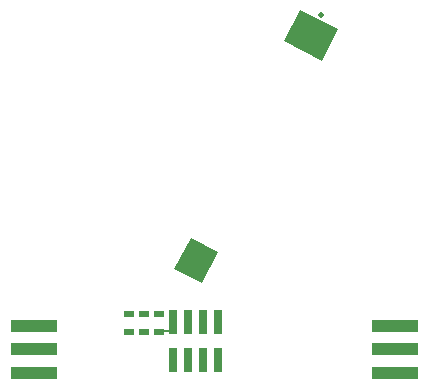
<source format=gbs>
G04 #@! TF.FileFunction,Soldermask,Bot*
%FSLAX46Y46*%
G04 Gerber Fmt 4.6, Leading zero omitted, Abs format (unit mm)*
G04 Created by KiCad (PCBNEW 4.0.0-rc2-stable) date 3/3/2016 3:49:37 PM*
%MOMM*%
G01*
G04 APERTURE LIST*
%ADD10C,0.150000*%
%ADD11R,4.000000X1.000000*%
%ADD12C,0.600000*%
%ADD13C,0.500000*%
%ADD14R,0.760000X2.000000*%
%ADD15R,0.740000X2.000000*%
%ADD16R,0.900000X0.600000*%
%ADD17R,0.900000X0.200000*%
G04 APERTURE END LIST*
D10*
D11*
X79618670Y-50192207D03*
X79618670Y-48192207D03*
X79618670Y-46192207D03*
D12*
X78618670Y-50192207D03*
X78618670Y-48192207D03*
X78618670Y-46192207D03*
D11*
X49020840Y-46192207D03*
X49020840Y-48192207D03*
X49020840Y-50192207D03*
D12*
X50020840Y-46192207D03*
X50020840Y-48192207D03*
X50020840Y-50192207D03*
D10*
G36*
X60925410Y-41428919D02*
X62284980Y-38754678D01*
X64602656Y-39932973D01*
X63243086Y-42607214D01*
X60925410Y-41428919D01*
X60925410Y-41428919D01*
G37*
G36*
X70177974Y-22126068D02*
X71537544Y-19451827D01*
X74746634Y-21083312D01*
X73387064Y-23757553D01*
X70177974Y-22126068D01*
X70177974Y-22126068D01*
G37*
D13*
X73323365Y-19911003D03*
D14*
X60791940Y-49128200D03*
X62061940Y-49128200D03*
X63331940Y-49128200D03*
X64601940Y-49128200D03*
X60791940Y-45928200D03*
X62061940Y-45928200D03*
X63331940Y-45928200D03*
D15*
X64601940Y-45928200D03*
D16*
X59596940Y-45228200D03*
X59596940Y-46728200D03*
X58346940Y-46728200D03*
X58346940Y-45228200D03*
X57096940Y-45228200D03*
X57096940Y-46728200D03*
D17*
X60246940Y-46678200D03*
M02*

</source>
